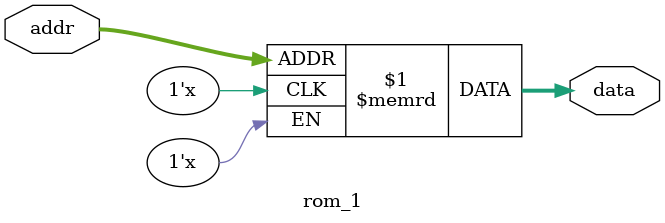
<source format=v>
module i8048_top (
    input wire clk, res_n, int_n, t0, t1,
    input wire [7:0] bus_in,
    output wire [7:0] p1, p2, bus_out, bus_addr,
    output wire ale, psen_n, rd_n, wr_n, prog
    );


    wire [11:0] pc;
    wire [7:0]  ir;
    wire [7:0]  acc;
    wire        cycle_2;
    wire [7:0]  rom_data;
    reg  [11:0] rom_addr;


    // --- The Address Multiplexer ---
    // This is the "Brain" that decides what the ROM sees
    always @(*) begin
        if (cycle_2) begin
            case (ir)
                8'hA3: rom_addr = {pc[11:8], acc}; // MOVP: Current Page + Acc
                8'hE3: rom_addr = {4'b0011, acc};  // MOVP3: Page 3 + Acc
                default: rom_addr = pc;            // Standard 2-byte operand fetch
            endcase
        end else begin
            rom_addr = pc; // Standard Opcode Fetch
        end
    end


    // --- Instantiate your Core ---
    i8048_core i8048_core_1 (
        .clk(clk),
        .res_n(res_n),
        .int_n(int_n),.t0(t0),.t1(t1),
        .rom_data(rom_data), .bus_in(bus_in),
        .pc(pc),    // The core outputs its PC
        .ir(ir),          // Export IR for the mux
        .p1(p1),.p2(p2),.bus_out(bus_out),.bus_addr(bus_addr),
        .acc(acc),        // Export Acc for the mux
        .ale(ale), .psen_n(psen_n), .rd_n(rd_n), .wr_n(wr_n), .prog(prog), 
        .cycle_2(cycle_2) // Export cycle state
    );

    // --- Instantiate your ROM (89KLR_951.bin) ---
    // Ensure this module loads your hex/mem file
    rom_1 rom_1 (
        .addr(rom_addr),
        .data(rom_data)
    );

endmodule

module rom_1(
   input wire [11:0] addr,
   output wire [7:0] data
   );
    reg [7:0] rom [0:4095];
    assign #10 data =  rom[addr];
endmodule





</source>
